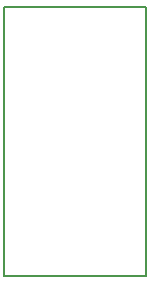
<source format=gbr>
G04 #@! TF.FileFunction,Profile,NP*
%FSLAX46Y46*%
G04 Gerber Fmt 4.6, Leading zero omitted, Abs format (unit mm)*
G04 Created by KiCad (PCBNEW 4.0.2-1.fc23-product) date Thu 06 Oct 2016 08:27:40 AM PDT*
%MOMM*%
G01*
G04 APERTURE LIST*
%ADD10C,0.100000*%
%ADD11C,0.150000*%
G04 APERTURE END LIST*
D10*
D11*
X141800000Y-93000000D02*
X129800000Y-93000000D01*
X141800000Y-115800000D02*
X141800000Y-93000000D01*
X129800000Y-115800000D02*
X141800000Y-115800000D01*
X129800000Y-93000000D02*
X129800000Y-115800000D01*
M02*

</source>
